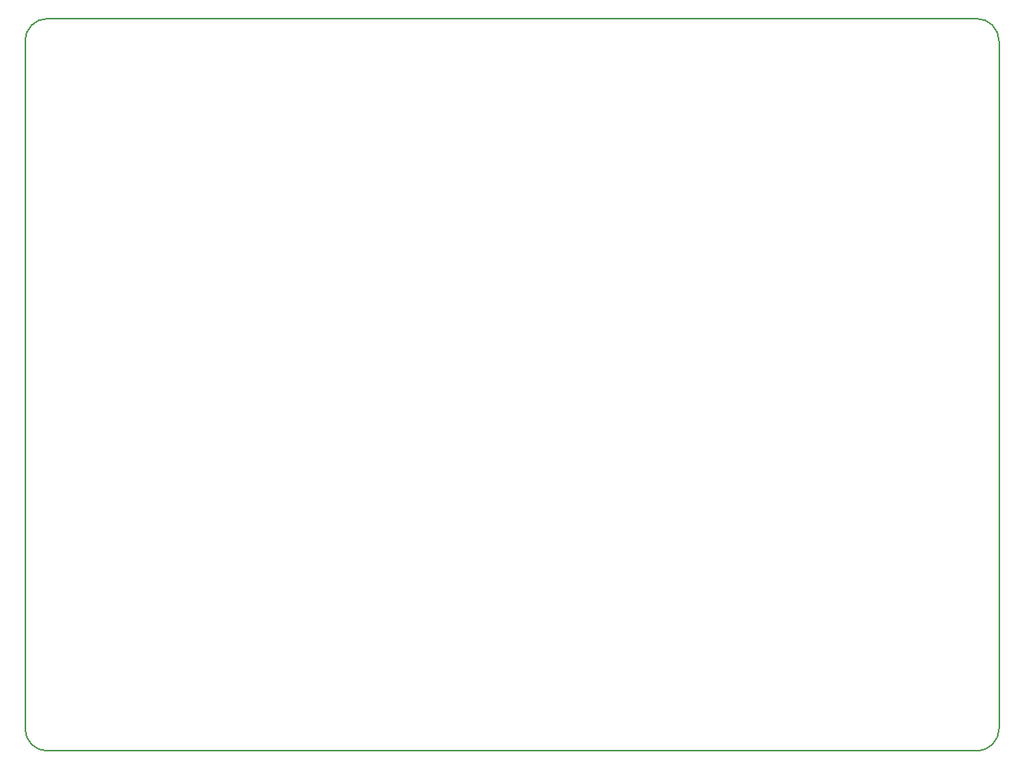
<source format=gbr>
G04 #@! TF.FileFunction,Profile,NP*
%FSLAX46Y46*%
G04 Gerber Fmt 4.6, Leading zero omitted, Abs format (unit mm)*
G04 Created by KiCad (PCBNEW 4.0.4-stable) date 07/18/17 09:52:18*
%MOMM*%
%LPD*%
G01*
G04 APERTURE LIST*
%ADD10C,0.100000*%
%ADD11C,0.150000*%
G04 APERTURE END LIST*
D10*
D11*
X0Y2540000D02*
X0Y80645000D01*
X110490000Y80645000D02*
X110490000Y2540000D01*
X2540000Y0D02*
X107950000Y0D01*
X107950000Y0D02*
G75*
G03X110490000Y2540000I0J2540000D01*
G01*
X0Y2540000D02*
G75*
G03X2540000Y0I2540000J0D01*
G01*
X107950000Y83185000D02*
X2540000Y83185000D01*
X2540000Y83185000D02*
G75*
G03X0Y80645000I0J-2540000D01*
G01*
X110490000Y80645000D02*
G75*
G03X107950000Y83185000I-2540000J0D01*
G01*
M02*

</source>
